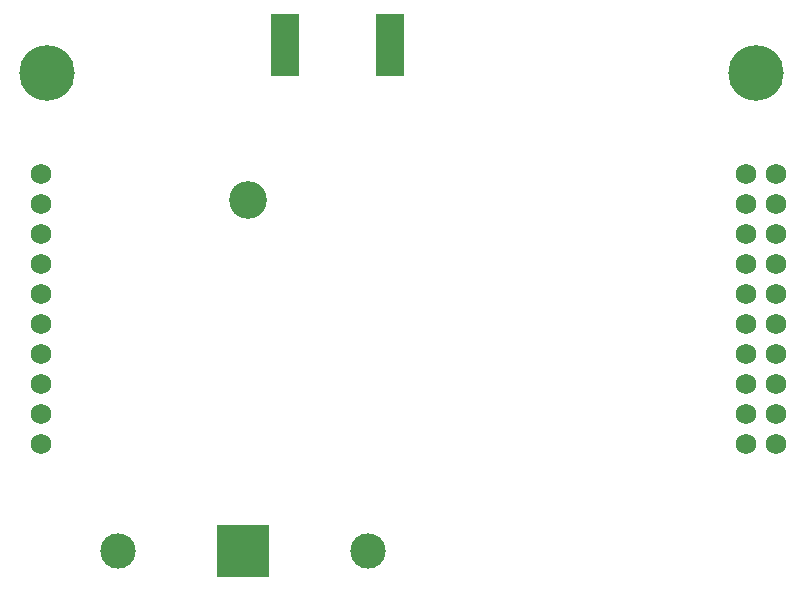
<source format=gbs>
G75*
G70*
%OFA0B0*%
%FSLAX24Y24*%
%IPPOS*%
%LPD*%
%AMOC8*
5,1,8,0,0,1.08239X$1,22.5*
%
%ADD10C,0.0680*%
%ADD11C,0.1852*%
%ADD12C,0.1261*%
%ADD13R,0.0980X0.2080*%
%ADD14C,0.1175*%
%ADD15R,0.1780X0.1780*%
D10*
X001960Y010567D03*
X001960Y011567D03*
X001960Y012567D03*
X001960Y013567D03*
X001960Y014567D03*
X001960Y015567D03*
X001960Y016567D03*
X001960Y017567D03*
X001960Y018567D03*
X001960Y019567D03*
X025460Y019567D03*
X026460Y019567D03*
X026460Y018567D03*
X026460Y017567D03*
X026460Y016567D03*
X026460Y015567D03*
X026460Y014567D03*
X026460Y013567D03*
X026460Y012567D03*
X026460Y011567D03*
X026460Y010567D03*
X025460Y010567D03*
X025460Y011567D03*
X025460Y012567D03*
X025460Y013567D03*
X025460Y014567D03*
X025460Y015567D03*
X025460Y016567D03*
X025460Y017567D03*
X025460Y018567D03*
D11*
X025771Y022941D03*
X002149Y022941D03*
D12*
X008845Y018697D03*
D13*
X010097Y023865D03*
X013577Y023865D03*
D14*
X004525Y007000D03*
X012835Y007000D03*
D15*
X008680Y007000D03*
M02*

</source>
